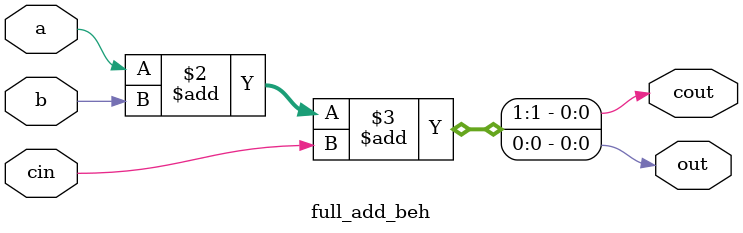
<source format=v>
module full_add_beh(input a,   //1st input
					input b,   //2nd input
					input cin, // carry in
					output reg out,  //output
					output reg cout);  //carry out
					
	always @(a,b,cin)
	begin
		{cout,out} = a+b+cin;   //behavioral model
	end
endmodule
</source>
